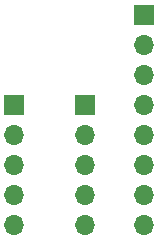
<source format=gbr>
%TF.GenerationSoftware,KiCad,Pcbnew,8.0.4*%
%TF.CreationDate,2024-08-16T22:28:16+02:00*%
%TF.ProjectId,breakout_dac,62726561-6b6f-4757-945f-6461632e6b69,1.1*%
%TF.SameCoordinates,Original*%
%TF.FileFunction,Soldermask,Bot*%
%TF.FilePolarity,Negative*%
%FSLAX46Y46*%
G04 Gerber Fmt 4.6, Leading zero omitted, Abs format (unit mm)*
G04 Created by KiCad (PCBNEW 8.0.4) date 2024-08-16 22:28:16*
%MOMM*%
%LPD*%
G01*
G04 APERTURE LIST*
%ADD10R,1.700000X1.700000*%
%ADD11O,1.700000X1.700000*%
G04 APERTURE END LIST*
D10*
%TO.C,PWRPINS_DAC1*%
X85500000Y-99340000D03*
D11*
X85500000Y-101880000D03*
X85500000Y-104420000D03*
X85500000Y-106960000D03*
X85500000Y-109500000D03*
%TD*%
D10*
%TO.C,VOUT_DAC1*%
X96500000Y-91720000D03*
D11*
X96500000Y-94260000D03*
X96500000Y-96800000D03*
X96500000Y-99340000D03*
X96500000Y-101880000D03*
X96500000Y-104420000D03*
X96500000Y-106960000D03*
X96500000Y-109500000D03*
%TD*%
D10*
%TO.C,SPIPINS_DAC1*%
X91500000Y-99340000D03*
D11*
X91500000Y-101880000D03*
X91500000Y-104420000D03*
X91500000Y-106960000D03*
X91500000Y-109500000D03*
%TD*%
M02*

</source>
